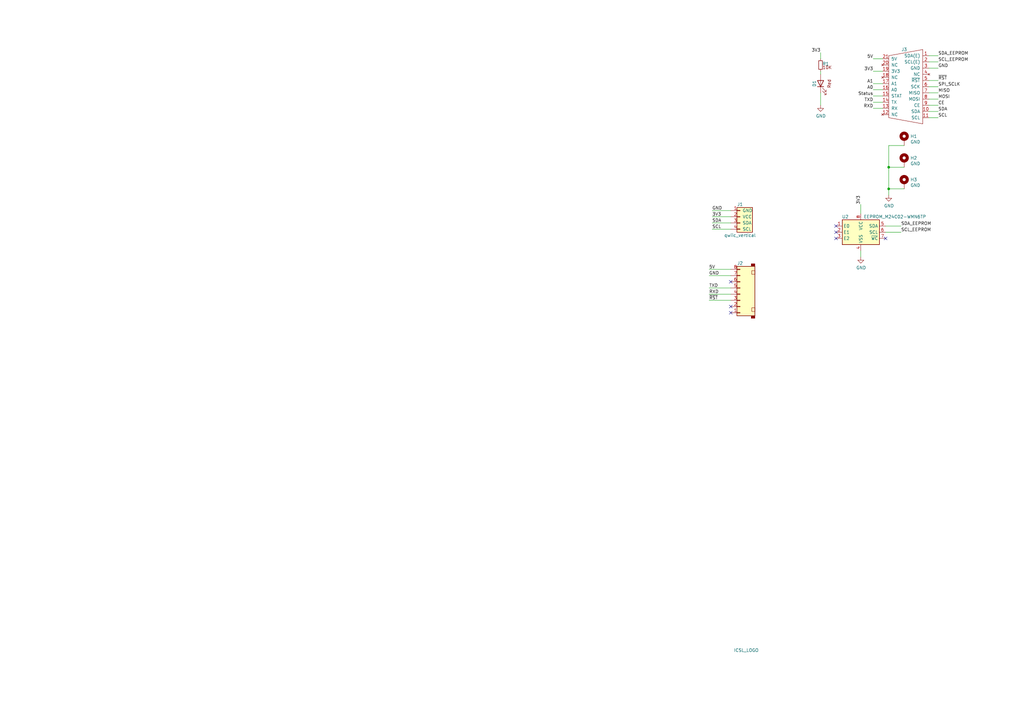
<source format=kicad_sch>
(kicad_sch (version 20211123) (generator eeschema)
  (paper "A3")
  (lib_symbols
    (symbol "ICSL:Amphenol_91911-31321_plug" (pin_names (offset 1.016))
      (property "Reference" "J" (at 0 12.7 0))
      (symbol "Amphenol_91911-31321_plug_0_1"
        (polyline (pts (xy 7.62 -17.78) (xy 7.62 12.7)))
        (polyline (pts (xy 7.62 12.7) (xy -6.35 10.16) (xy -6.35 -15.24) (xy 7.62 -17.78)))
      )
      (symbol "Amphenol_91911-31321_plug_1_1"
        (pin bidirectional line (at 10.16 10.16 180) (length 2.54) (name "SDA(E)") (number "1"))
        (pin bidirectional line (at 10.16 -12.7 180) (length 2.54) (name "SDA") (number "10"))
        (pin output line (at 10.16 -15.24 180) (length 2.54) (name "SCL") (number "11"))
        (pin no_connect line (at -8.89 -13.97 0) (length 2.54) (name "NC") (number "12"))
        (pin input line (at -8.89 -11.43 0) (length 2.54) (name "RX") (number "13"))
        (pin output line (at -8.89 -8.89 0) (length 2.54) (name "TX") (number "14"))
        (pin input line (at -8.89 -6.35 0) (length 2.54) (name "STAT") (number "15"))
        (pin input line (at -8.89 -3.81 0) (length 2.54) (name "A0") (number "16"))
        (pin input line (at -8.89 -1.27 0) (length 2.54) (name "A1") (number "17"))
        (pin no_connect line (at -8.89 1.27 0) (length 2.54) (name "NC") (number "18"))
        (pin power_out line (at -8.89 3.81 0) (length 2.54) (name "3V3") (number "19"))
        (pin output line (at 10.16 7.62 180) (length 2.54) (name "SCL(E)") (number "2"))
        (pin no_connect line (at -8.89 6.35 0) (length 2.54) (name "NC") (number "20"))
        (pin power_out line (at -8.89 8.89 0) (length 2.54) (name "5V") (number "21"))
        (pin power_out line (at 10.16 5.08 180) (length 2.54) (name "GND") (number "3"))
        (pin no_connect line (at 10.16 2.54 180) (length 2.54) (name "NC") (number "4"))
        (pin output line (at 10.16 0 180) (length 2.54) (name "~{RST}") (number "5"))
        (pin output line (at 10.16 -2.54 180) (length 2.54) (name "SCK") (number "6"))
        (pin input line (at 10.16 -5.08 180) (length 2.54) (name "MISO") (number "7"))
        (pin output line (at 10.16 -7.62 180) (length 2.54) (name "MOSI") (number "8"))
        (pin output line (at 10.16 -10.16 180) (length 2.54) (name "CE") (number "9"))
      )
    )
    (symbol "ICSL:ICSL_LOGO"
      (property "Value" "ICSL_LOGO" (at 0 0 0))
    )
    (symbol "ICSL:qwiic_vertical" (pin_names (offset 1.016))
      (property "Reference" "J" (at 0 5.08 0))
      (property "Value" "qwiic_vertical" (at 0 -7.62 0))
      (symbol "qwiic_vertical_0_1"
        (rectangle (start -1.27 3.81) (end 5.08 -6.35) (stroke (width 0.254)) (fill (type background)))
      )
      (symbol "qwiic_vertical_1_1"
        (rectangle (start -1.27 -4.953) (end 0 -5.207) (stroke (width 0.1524)))
        (rectangle (start -1.27 -2.413) (end 0 -2.667) (stroke (width 0.1524)))
        (rectangle (start -1.27 0.127) (end 0 -0.127) (stroke (width 0.1524)))
        (rectangle (start -1.27 2.667) (end 0 2.413) (stroke (width 0.1524)))
        (pin passive line (at -3.81 2.54 0) (length 3.81) (name "GND") (number "1"))
        (pin passive line (at -3.81 0 0) (length 3.81) (name "VCC") (number "2"))
        (pin passive line (at -3.81 -2.54 0) (length 3.81) (name "SDA") (number "3"))
        (pin passive line (at -3.81 -5.08 0) (length 3.81) (name "SCL") (number "4"))
      )
    )
    (symbol "Mechanical:MountingHole_Pad" (pin_numbers hide) (pin_names (offset 1.016) hide)
      (property "Reference" "H" (at 0 6.35 0))
      (property "Value" "MountingHole_Pad" (at 0 4.445 0))
      (symbol "MountingHole_Pad_0_1"
        (circle (center 0 1.27) (radius 1.27) (stroke (width 1.27)))
      )
      (symbol "MountingHole_Pad_1_1"
        (pin input line (at 0 -2.54 90) (length 2.54) (name "1") (number "1"))
      )
    )
    (symbol "jlcsmt-connectors:1.25mm_8P_SMD_Vertical" (pin_names (offset 1.016))
      (property "Reference" "J" (at 0 5.08 0))
      (symbol "1.25mm_8P_SMD_Vertical_0_1"
        (rectangle (start -1.27 3.81) (end 6.096 -16.51) (stroke (width 0.254)) (fill (type background)))
      )
      (symbol "1.25mm_8P_SMD_Vertical_1_1"
        (rectangle (start -1.27 -15.113) (end 0 -15.367) (stroke (width 0.1524)))
        (rectangle (start -1.27 -12.573) (end 0 -12.827) (stroke (width 0.1524)))
        (rectangle (start -1.27 -10.033) (end 0 -10.287) (stroke (width 0.1524)))
        (rectangle (start -1.27 -7.493) (end 0 -7.747) (stroke (width 0.1524)))
        (rectangle (start -1.27 -4.953) (end 0 -5.207) (stroke (width 0.1524)))
        (rectangle (start -1.27 -2.413) (end 0 -2.667) (stroke (width 0.1524)))
        (rectangle (start -1.27 0.127) (end 0 -0.127) (stroke (width 0.1524)))
        (rectangle (start -1.27 2.667) (end 0 2.413) (stroke (width 0.1524)))
        (rectangle (start 4.572 -16.51) (end 6.096 -17.526) (stroke (width 0.1524)) (fill (type outline)))
        (rectangle (start 4.572 4.826) (end 6.096 3.81) (stroke (width 0.1524)) (fill (type outline)))
        (rectangle (start 4.826 -13.208) (end 6.096 -14.732) (stroke (width 0.1524)))
        (rectangle (start 4.826 2.032) (end 6.096 0.508) (stroke (width 0.1524)))
        (pin passive line (at -3.81 -15.24 0) (length 3.81) (name "") (number "1"))
        (pin passive line (at -3.81 -12.7 0) (length 3.81) (name "") (number "2"))
        (pin passive line (at -3.81 -10.16 0) (length 3.81) (name "") (number "3"))
        (pin passive line (at -3.81 -7.62 0) (length 3.81) (name "") (number "4"))
        (pin passive line (at -3.81 -5.08 0) (length 3.81) (name "") (number "5"))
        (pin passive line (at -3.81 -2.54 0) (length 3.81) (name "") (number "6"))
        (pin passive line (at -3.81 0 0) (length 3.81) (name "") (number "7"))
        (pin passive line (at -3.81 2.54 0) (length 3.81) (name "") (number "8"))
      )
    )
    (symbol "jlcsmt-ic:EEPROM_M24C02-WMN6TP"
      (property "Reference" "U" (at -6.35 6.35 0))
      (property "Value" "EEPROM_M24C02-WMN6TP" (at 13.97 6.35 0))
      (symbol "EEPROM_M24C02-WMN6TP_0_1"
        (rectangle (start -7.62 5.08) (end 7.62 -5.08) (stroke (width 0.254)) (fill (type background)))
      )
      (symbol "EEPROM_M24C02-WMN6TP_1_1"
        (pin input line (at -10.16 2.54 0) (length 2.54) (name "E0") (number "1"))
        (pin input line (at -10.16 0 0) (length 2.54) (name "E1") (number "2"))
        (pin input line (at -10.16 -2.54 0) (length 2.54) (name "E2") (number "3"))
        (pin power_in line (at 0 -7.62 90) (length 2.54) (name "VSS") (number "4"))
        (pin bidirectional line (at 10.16 2.54 180) (length 2.54) (name "SDA") (number "5"))
        (pin input line (at 10.16 0 180) (length 2.54) (name "SCL") (number "6"))
        (pin input line (at 10.16 -2.54 180) (length 2.54) (name "~{WC}") (number "7"))
        (pin power_in line (at 0 7.62 270) (length 2.54) (name "VCC") (number "8"))
      )
    )
    (symbol "jlcsmt-rcl:LED_0603_Red" (pin_numbers hide) (pin_names (offset 1.016) hide)
      (property "Reference" "D" (at 0 2.54 0))
      (symbol "LED_0603_Red_0_0"
        (text "Red" (at 0 -3.556 0) (effects (font (size 1.27 1.27))))
      )
      (symbol "LED_0603_Red_0_1"
        (polyline (pts (xy -1.27 -1.27) (xy -1.27 1.27)) (stroke (width 0.254)))
        (polyline (pts (xy -1.27 0) (xy 1.27 0)))
        (polyline (pts (xy 1.27 -1.27) (xy 1.27 1.27) (xy -1.27 0) (xy 1.27 -1.27)) (stroke (width 0.254)))
        (polyline (pts (xy -3.048 -0.762) (xy -4.572 -2.286) (xy -3.81 -2.286) (xy -4.572 -2.286) (xy -4.572 -1.524)))
        (polyline (pts (xy -1.778 -0.762) (xy -3.302 -2.286) (xy -2.54 -2.286) (xy -3.302 -2.286) (xy -3.302 -1.524)))
      )
      (symbol "LED_0603_Red_1_1"
        (pin passive line (at -3.81 0 0) (length 2.54) (name "K") (number "1"))
        (pin passive line (at 3.81 0 180) (length 2.54) (name "A") (number "2"))
      )
    )
    (symbol "jlcsmt-rcl:R_0402_10K" (pin_numbers hide) (pin_names (offset 0.254) hide)
      (property "Reference" "R" (at 0.762 0.508 0))
      (symbol "R_0402_10K_0_0"
        (text "10K" (at 0.762 -1.016 0) (effects (font (size 1.27 1.27)) (justify left)))
      )
      (symbol "R_0402_10K_0_1"
        (rectangle (start -0.762 1.778) (end 0.762 -1.778) (stroke (width 0.2032)))
      )
      (symbol "R_0402_10K_1_1"
        (pin passive line (at 0 2.54 270) (length 0.762) (name "~") (number "1"))
        (pin passive line (at 0 -2.54 90) (length 0.762) (name "~") (number "2"))
      )
    )
    (symbol "power:GND" (power) (pin_names (offset 0))
      (property "Value" "GND" (at 0 -3.81 0))
      (symbol "GND_0_1"
        (polyline (pts (xy 0 0) (xy 0 -1.27) (xy 1.27 -1.27) (xy 0 -2.54) (xy -1.27 -1.27) (xy 0 -1.27)))
      )
      (symbol "GND_1_1"
        (pin power_in line (at 0 0 270) (length 0) hide (name "GND") (number "1"))
      )
    )
  )
  (junction (at 364.49 68.58))
  (junction (at 364.49 77.47))
  (no_connect (at 299.72 115.57))
  (no_connect (at 299.72 125.73))
  (no_connect (at 363.22 97.79))
  (no_connect (at 342.9 97.79))
  (no_connect (at 342.9 92.71))
  (no_connect (at 342.9 95.25))
  (no_connect (at 299.72 128.27))
  (wire (pts (xy 364.49 77.47) (xy 364.49 68.58)))
  (wire (pts (xy 290.83 110.49) (xy 299.72 110.49)))
  (wire (pts (xy 358.14 29.21) (xy 361.95 29.21)))
  (wire (pts (xy 364.49 80.01) (xy 364.49 77.47)))
  (wire (pts (xy 292.1 93.98) (xy 299.72 93.98)))
  (wire (pts (xy 358.14 41.91) (xy 361.95 41.91)))
  (wire (pts (xy 381 22.86) (xy 384.81 22.86)))
  (wire (pts (xy 290.83 120.65) (xy 299.72 120.65)))
  (wire (pts (xy 363.22 92.71) (xy 369.57 92.71)))
  (wire (pts (xy 358.14 44.45) (xy 361.95 44.45)))
  (wire (pts (xy 364.49 59.69) (xy 370.84 59.69)))
  (wire (pts (xy 381 43.18) (xy 384.81 43.18)))
  (wire (pts (xy 381 35.56) (xy 384.81 35.56)))
  (wire (pts (xy 381 45.72) (xy 384.81 45.72)))
  (wire (pts (xy 381 27.94) (xy 384.81 27.94)))
  (wire (pts (xy 292.1 91.44) (xy 299.72 91.44)))
  (wire (pts (xy 292.1 88.9) (xy 299.72 88.9)))
  (wire (pts (xy 381 40.64) (xy 384.81 40.64)))
  (wire (pts (xy 358.14 34.29) (xy 361.95 34.29)))
  (wire (pts (xy 364.49 77.47) (xy 370.84 77.47)))
  (wire (pts (xy 364.49 68.58) (xy 370.84 68.58)))
  (wire (pts (xy 290.83 113.03) (xy 299.72 113.03)))
  (wire (pts (xy 381 38.1) (xy 384.81 38.1)))
  (wire (pts (xy 381 33.02) (xy 384.81 33.02)))
  (wire (pts (xy 381 48.26) (xy 384.81 48.26)))
  (wire (pts (xy 364.49 68.58) (xy 364.49 59.69)))
  (wire (pts (xy 358.14 24.13) (xy 361.95 24.13)))
  (wire (pts (xy 358.14 36.83) (xy 361.95 36.83)))
  (wire (pts (xy 381 25.4) (xy 384.81 25.4)))
  (wire (pts (xy 336.55 29.21) (xy 336.55 30.48)))
  (wire (pts (xy 363.22 95.25) (xy 369.57 95.25)))
  (wire (pts (xy 358.14 39.37) (xy 361.95 39.37)))
  (wire (pts (xy 353.06 105.41) (xy 353.06 102.87)))
  (wire (pts (xy 292.1 86.36) (xy 299.72 86.36)))
  (wire (pts (xy 336.55 43.18) (xy 336.55 38.1)))
  (wire (pts (xy 290.83 118.11) (xy 299.72 118.11)))
  (wire (pts (xy 290.83 123.19) (xy 299.72 123.19)))
  (wire (pts (xy 336.55 21.59) (xy 336.55 24.13)))
  (wire (pts (xy 353.06 83.82) (xy 353.06 87.63)))
  (label "SDA_EEPROM" (at 369.57 92.71 0))
  (label "SDA_EEPROM" (at 384.81 22.86 0))
  (label "3V3" (at 358.14 29.21 180))
  (label "5V" (at 290.83 110.49 0))
  (label "SPI_SCLK" (at 384.81 35.56 0))
  (label "GND" (at 384.81 27.94 0))
  (label "3V3" (at 353.06 83.82 90))
  (label "A0" (at 358.14 36.83 180))
  (label "MOSI" (at 384.81 40.64 0))
  (label "GND" (at 290.83 113.03 0))
  (label "~{RST}" (at 384.81 33.02 0))
  (label "5V" (at 358.14 24.13 180))
  (label "MISO" (at 384.81 38.1 0))
  (label "A1" (at 358.14 34.29 180))
  (label "SDA" (at 384.81 45.72 0))
  (label "CE" (at 384.81 43.18 0))
  (label "SDA" (at 292.1 91.44 0))
  (label "GND" (at 292.1 86.36 0))
  (label "TXD" (at 358.14 41.91 180))
  (label "~{RST}" (at 290.83 123.19 0))
  (label "Status" (at 358.14 39.37 180))
  (label "RXD" (at 358.14 44.45 180))
  (label "3V3" (at 292.1 88.9 0))
  (label "3V3" (at 336.55 21.59 180))
  (label "SCL_EEPROM" (at 384.81 25.4 0))
  (label "SCL" (at 384.81 48.26 0))
  (label "SCL_EEPROM" (at 369.57 95.25 0))
  (label "TXD" (at 290.83 118.11 0))
  (label "RXD" (at 290.83 120.65 0))
  (label "SCL" (at 292.1 93.98 0))
  (symbol (lib_id "Mechanical:MountingHole_Pad") (at 370.84 57.15 0) (unit 1)
    (property "Reference" "H1" (at 373.38 55.9054 0) (effects (justify left)))
    (property "Value" "GND" (at 373.38 58.2168 0) (effects (justify left)))
    (property "Footprint" "ICSL:M1502-B-2545-AL-TOP" (effects hide))
  )
  (symbol (lib_id "Mechanical:MountingHole_Pad") (at 370.84 66.04 0) (unit 1)
    (property "Reference" "H2" (at 373.38 64.7954 0) (effects (justify left)))
    (property "Value" "GND" (at 373.38 67.1068 0) (effects (justify left)))
    (property "Footprint" "ICSL:M1502-B-2545-AL-TOP" (effects hide))
  )
  (symbol (lib_id "power:GND") (at 364.49 80.01 0) (unit 1)
    (property "Reference" "#PWR03" (effects hide))
    (property "Value" "GND" (at 364.617 84.4042 0))
  )
  (symbol (lib_id "ICSL:Amphenol_91911-31321_plug") (at 370.84 33.02 0) (unit 1)
    (property "Reference" "J3" (at 370.84 20.32 0))
    (property "Value" "Amphenol_91911-31321_plug" (effects hide))
    (property "Footprint" "ICSL:Amphenol_91911-31321LF_PLUG" (effects hide))
    (property "Datasheet" "https://cdn.amphenol-icc.com/media/wysiwyg/files/drawing/91900.pdf" (effects hide))
    (property "LCSC" "C9900009023" (effects hide))
  )
  (symbol (lib_id "power:GND") (at 336.55 43.18 0) (unit 1)
    (property "Reference" "#PWR01" (effects hide))
    (property "Value" "GND" (at 336.677 47.5742 0))
  )
  (symbol (lib_id "jlcsmt-rcl:R_0402_10K") (at 336.55 26.67 0) (unit 1)
    (property "Reference" "R1" (at 337.312 26.162 0) (effects (justify left)))
    (property "Value" "R_0402_10K" (effects hide))
    (property "Footprint" "Resistor_SMD:R_0402_1005Metric" (effects hide))
    (property "Datasheet" "https://datasheet.lcsc.com/lcsc/2110260030_UNI-ROYAL-Uniroyal-Elec-0402WGF1002TCE_C25744.pdf" (effects hide))
    (property "MFR" "UNI-ROYAL(Uniroyal Elec)" (effects hide))
    (property "MFR Part#" "0402WGF1002TCE" (effects hide))
    (property "LCSC" "C25744" (effects hide))
  )
  (symbol (lib_id "ICSL:ICSL_LOGO") (at 306.07 266.7 0) (unit 1)
    (property "Reference" "U1" (effects hide))
    (property "Value" "ICSL_LOGO" (at 306.07 266.7 0))
    (property "Footprint" "ICSL:icsl_logo" (effects hide))
  )
  (symbol (lib_id "power:GND") (at 353.06 105.41 0) (unit 1)
    (property "Reference" "#PWR02" (effects hide))
    (property "Value" "GND" (at 353.187 109.8042 0))
  )
  (symbol (lib_id "ICSL:qwiic_vertical") (at 303.53 88.9 0) (unit 1)
    (property "Reference" "J1" (at 303.53 83.82 0))
    (property "Value" "qwiic_vertical" (at 303.53 96.52 0))
    (property "Footprint" "ICSL:JST_SH_1x04_1.00mm_Vertical" (effects hide))
    (property "Datasheet" "https://datasheet.lcsc.com/lcsc/1810251021_BOOMELE-Boom-Precision-Elec-C145961_C145961.pdf" (effects hide))
    (property "MFR" "BOOMELE(Boom Precision Elec)" (effects hide))
    (property "MFR Part#" "C145961" (effects hide))
    (property "LCSC" "C145961" (effects hide))
  )
  (symbol (lib_id "jlcsmt-rcl:LED_0603_Red") (at 336.55 34.29 90) (unit 1)
    (property "Reference" "D1" (at 334.01 34.29 0))
    (property "Value" "LED_0603_Red" (effects hide))
    (property "Footprint" "jlcsmt:LED_0603_1608Metric" (effects hide))
    (property "Datasheet" "https://datasheet.lcsc.com/lcsc/1810231112_Hubei-KENTO-Elec-KT-0603R_C2286.pdf" (effects hide))
    (property "MFR" "Hubei KENTO Elec" (effects hide))
    (property "MFR Part#" "KT-0603R" (effects hide))
    (property "LCSC" "C2286" (effects hide))
  )
  (symbol (lib_id "jlcsmt-connectors:1.25mm_8P_SMD_Vertical") (at 303.53 113.03 0) (unit 1)
    (property "Reference" "J2" (at 303.53 107.95 0))
    (property "Value" "1.25mm_8P_SMD_Vertical" (effects hide))
    (property "Footprint" "jlcsmt:Molex_PicoBlade_53398-0871_1x08-1MP_P1.25mm_Vertical" (effects hide))
    (property "Datasheet" "https://datasheet.lcsc.com/lcsc/1912111437_JUSHUO-AFC12-S08CCC-00_C395349.pdf" (effects hide))
    (property "MFR" "JUSHUO" (effects hide))
    (property "MFR Part#" "AFC12-S08CCC-00" (effects hide))
    (property "LCSC" "C395349" (effects hide))
  )
  (symbol (lib_id "Mechanical:MountingHole_Pad") (at 370.84 74.93 0) (unit 1)
    (property "Reference" "H3" (at 373.38 73.6854 0) (effects (justify left)))
    (property "Value" "GND" (at 373.38 75.9968 0) (effects (justify left)))
    (property "Footprint" "ICSL:M1502-B-2545-AL-TOP" (effects hide))
  )
  (symbol (lib_id "jlcsmt-ic:EEPROM_M24C02-WMN6TP") (at 353.06 95.25 0) (unit 1)
    (property "Reference" "U2" (at 346.71 88.9 0))
    (property "Value" "EEPROM_M24C02-WMN6TP" (at 367.03 88.9 0))
    (property "Footprint" "jlcsmt:SOIC-8_3.9x4.9mm_P1.27mm" (effects hide))
    (property "Datasheet" "https://datasheet.lcsc.com/lcsc/1809061818_STMicroelectronics-M24C02-WMN6TP_C7562.pdf" (effects hide))
    (property "MFR" "STMicroelectronics" (effects hide))
    (property "MFR Part#" "M24C02-WMN6TP" (effects hide))
    (property "LCSC" "C7562" (effects hide))
  )
)
</source>
